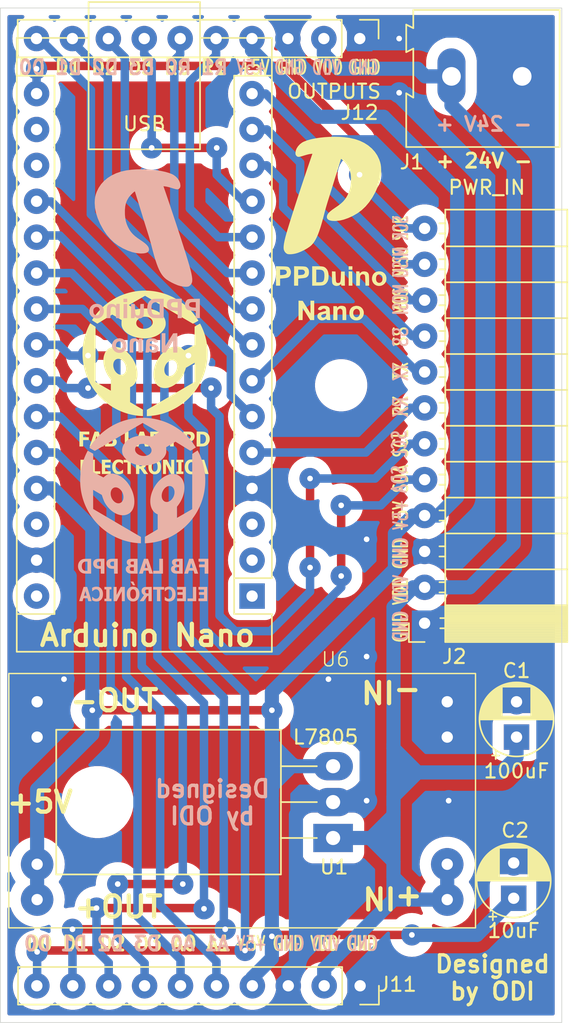
<source format=kicad_pcb>
(kicad_pcb (version 20241229) (generator "pcbnew") (generator_version "9.0")
  (layers (0 "F.Cu" signal) (2 "B.Cu" signal) (13 "F.Paste" user) (15 "B.Paste" user) (5 "F.SilkS" user "F.Silkscreen") (7 "B.SilkS" user "B.Silkscreen") (1 "F.Mask" user) (3 "B.Mask" user) (25 "Edge.Cuts" user))
  (net 0 "")
  (net 1 "/DI3m")
  (net 2 "/SCK")
  (net 3 "/DI1m")
  (net 4 "/RLY0")
  (net 5 "/RLY1")
  (net 6 "/SDA")
  (net 7 "GND")
  (net 8 "/SS")
  (net 9 "/DI0m")
  (net 10 "/MOSI")
  (net 12 "+5V")
  (net 14 "/AI0m")
  (net 15 "/MISO")
  (net 18 "/RXm")
  (net 20 "+3.3V")
  (net 21 "/SCL")
  (net 22 "/AI1m")
  (net 24 "/DI2m")
  (net 25 "/TXm")
  (net 26 "VDD")
  (net 27 "/PWM1m")
  (net 28 "/PWM3m")
  (net 29 "/PWM2m")
  (net 30 "/PWM0m")
  (footprint "Module:Arduino_Nano" (layer "F.Cu") (at 108.1 90.12 180)
    (property "Reference" "A1" (hide yes))
    (property "Value" "Arduino Nano" (at 7.4 -2.78 0) (layer "F.SilkS") (effects (font (size 1.5 1.5) (thickness 0.3) (bold yes))))
    (fp_text user "USB" (at 7.62 33.42 0) (layer "F.SilkS"))
    (pad "1" thru_hole rect (at 0 0 180) (size 1.8 1.8) (drill 0.8) (layers "*.Cu" "*.Mask"))
    (pad "2" thru_hole oval (at 0 2.54 180) (size 1.8 1.8) (drill 0.8) (layers "*.Cu" "*.Mask"))
    (pad "3" thru_hole oval (at 0 5.08 180) (size 1.8 1.8) (drill 0.8) (layers "*.Cu" "*.Mask"))
    (pad "4" thru_hole oval (at 0 7.62 180) (size 1.8 1.8) (drill 0.8) (layers "*.Cu" "*.Mask") (net 7 "GND"))
    (pad "5" thru_hole oval (at 0 10.16 180) (size 1.8 1.8) (drill 0.8) (layers "*.Cu" "*.Mask") (net 18 "/RXm"))
    (pad "6" thru_hole oval (at 0 12.7 180) (size 1.8 1.8) (drill 0.8) (layers "*.Cu" "*.Mask") (net 30 "/PWM0m"))
    (pad "7" thru_hole oval (at 0 15.24 180) (size 1.8 1.8) (drill 0.8) (layers "*.Cu" "*.Mask") (net 25 "/TXm"))
    (pad "8" thru_hole oval (at 0 17.78 180) (size 1.8 1.8) (drill 0.8) (layers "*.Cu" "*.Mask") (net 27 "/PWM1m"))
    (pad "9" thru_hole oval (at 0 20.32 180) (size 1.8 1.8) (drill 0.8) (layers "*.Cu" "*.Mask") (net 29 "/PWM2m"))
    (pad "10" thru_hole oval (at 0 22.86 180) (size 1.8 1.8) (drill 0.8) (layers "*.Cu" "*.Mask") (net 4 "/RLY0"))
    (pad "11" thru_hole oval (at 0 25.4 180) (size 1.8 1.8) (drill 0.8) (layers "*.Cu" "*.Mask") (net 5 "/RLY1"))
    (pad "12" thru_hole oval (at 0 27.94 180) (size 1.8 1.8) (drill 0.8) (layers "*.Cu" "*.Mask") (net 28 "/PWM3m"))
    (pad "13" thru_hole oval (at 0 30.48 180) (size 1.8 1.8) (drill 0.8) (layers "*.Cu" "*.Mask") (net 8 "/SS"))
    (pad "14" thru_hole oval (at 0 33.02 180) (size 1.8 1.8) (drill 0.8) (layers "*.Cu" "*.Mask") (net 10 "/MOSI"))
    (pad "15" thru_hole oval (at 0 35.56 180) (size 1.8 1.8) (drill 0.8) (layers "*.Cu" "*.Mask") (net 15 "/MISO"))
    (pad "16" thru_hole oval (at 15.24 35.56 180) (size 1.8 1.8) (drill 0.8) (layers "*.Cu" "*.Mask") (net 2 "/SCK"))
    (pad "17" thru_hole oval (at 15.24 33.02 180) (size 1.8 1.8) (drill 0.8) (layers "*.Cu" "*.Mask") (net 20 "+3.3V"))
    (pad "18" thru_hole oval (at 15.24 30.48 180) (size 1.8 1.8) (drill 0.8) (layers "*.Cu" "*.Mask"))
    (pad "19" thru_hole oval (at 15.24 27.94 180) (size 1.8 1.8) (drill 0.8) (layers "*.Cu" "*.Mask") (net 9 "/DI0m"))
    (pad "20" thru_hole oval (at 15.24 25.4 180) (size 1.8 1.8) (drill 0.8) (layers "*.Cu" "*.Mask") (net 3 "/DI1m"))
    (pad "21" thru_hole oval (at 15.24 22.86 180) (size 1.8 1.8) (drill 0.8) (layers "*.Cu" "*.Mask") (net 24 "/DI2m"))
    (pad "22" thru_hole oval (at 15.24 20.32 180) (size 1.8 1.8) (drill 0.8) (layers "*.Cu" "*.Mask") (net 1 "/DI3m"))
    (pad "23" thru_hole oval (at 15.24 17.78 180) (size 1.8 1.8) (drill 0.8) (layers "*.Cu" "*.Mask") (net 6 "/SDA"))
    (pad "24" thru_hole oval (at 15.24 15.24 180) (size 1.8 1.8) (drill 0.8) (layers "*.Cu" "*.Mask") (net 21 "/SCL"))
    (pad "25" thru_hole oval (at 15.24 12.7 180) (size 1.8 1.8) (drill 0.8) (layers "*.Cu" "*.Mask") (net 22 "/AI1m"))
    (pad "26" thru_hole oval (at 15.24 10.16 180) (size 1.8 1.8) (drill 0.8) (layers "*.Cu" "*.Mask") (net 14 "/AI0m"))
    (pad "27" thru_hole oval (at 15.24 7.62 180) (size 1.8 1.8) (drill 0.8) (layers "*.Cu" "*.Mask") (net 12 "+5V"))
    (pad "28" thru_hole oval (at 15.24 5.08 180) (size 1.8 1.8) (drill 0.8) (layers "*.Cu" "*.Mask"))
    (pad "29" thru_hole oval (at 15.24 2.54 180) (size 1.8 1.8) (drill 0.8) (layers "*.Cu" "*.Mask") (net 7 "GND"))
    (pad "30" thru_hole oval (at 15.24 0 180) (size 1.8 1.8) (drill 0.8) (layers "*.Cu" "*.Mask"))
  )
  (footprint "Capacitor_THT:CP_Radial_D5.0mm_P2.50mm" (layer "F.Cu") (at 126.8 100.1 90)
    (property "Reference" "C1" (at 4.7 0 0) (layer "F.SilkS"))
    (property "Value" "100uF" (at -2.4 0 0) (layer "F.SilkS"))
    (pad "1" thru_hole rect (at 0 0 90) (size 1.8 1.8) (drill 0.8) (layers "*.Cu" "*.Mask") (net 26 "VDD"))
    (pad "2" thru_hole circle (at 2.5 0 90) (size 1.8 1.8) (drill 0.8) (layers "*.Cu" "*.Mask") (net 7 "GND"))
  )
  (footprint "Borneras:TerminalBlock_Altech_AK300-2_P5.00mm" (layer "F.Cu") (at 127.2 53.34 180)
    (property "Reference" "J1" (at 7.8 -6.06 0) (layer "F.SilkS"))
    (property "Value" "PWR_IN" (at 2.5 -7.86 0) (layer "F.SilkS"))
    (pad "1" thru_hole rect (at 0 0 180) (size 1.98 3.96) (drill 1.32) (layers "*.Cu" "*.Mask") (net 7 "GND"))
    (pad "2" thru_hole oval (at 5 0 180) (size 1.98 3.96) (drill 1.32) (layers "*.Cu" "*.Mask") (net 26 "VDD"))
  )
  (footprint "Connector_PinSocket_2.54mm:PinSocket_1x12_P2.54mm_Horizontal" (layer "F.Cu") (at 120.3 92.04 180)
    (property "Reference" "J2" (at -2.1 -2.36 0) (layer "F.SilkS"))
    (property "Value" "Conn_01x12")
    (pad "1" thru_hole rect (at 0 0 180) (size 1.8 1.8) (drill 0.8) (layers "*.Cu" "*.Mask") (net 7 "GND"))
    (pad "2" thru_hole oval (at 0 2.54 180) (size 1.8 1.8) (drill 0.8) (layers "*.Cu" "*.Mask") (net 26 "VDD"))
    (pad "3" thru_hole oval (at 0 5.08 180) (size 1.8 1.8) (drill 0.8) (layers "*.Cu" "*.Mask") (net 7 "GND"))
    (pad "4" thru_hole oval (at 0 7.62 180) (size 1.8 1.8) (drill 0.8) (layers "*.Cu" "*.Mask") (net 12 "+5V"))
    (pad "5" thru_hole oval (at 0 10.16 180) (size 1.8 1.8) (drill 0.8) (layers "*.Cu" "*.Mask") (net 6 "/SDA"))
    (pad "6" thru_hole oval (at 0 12.7 180) (size 1.8 1.8) (drill 0.8) (layers "*.Cu" "*.Mask") (net 21 "/SCL"))
    (pad "7" thru_hole oval (at 0 15.24 180) (size 1.8 1.8) (drill 0.8) (layers "*.Cu" "*.Mask") (net 18 "/RXm"))
    (pad "8" thru_hole oval (at 0 17.78 180) (size 1.8 1.8) (drill 0.8) (layers "*.Cu" "*.Mask") (net 25 "/TXm"))
    (pad "9" thru_hole oval (at 0 20.32 180) (size 1.8 1.8) (drill 0.8) (layers "*.Cu" "*.Mask") (net 8 "/SS"))
    (pad "10" thru_hole oval (at 0 22.86 180) (size 1.8 1.8) (drill 0.8) (layers "*.Cu" "*.Mask") (net 10 "/MOSI"))
    (pad "11" thru_hole oval (at 0 25.4 180) (size 1.8 1.8) (drill 0.8) (layers "*.Cu" "*.Mask") (net 15 "/MISO"))
    (pad "12" thru_hole oval (at 0 27.94 180) (size 1.8 1.8) (drill 0.8) (layers "*.Cu" "*.Mask") (net 2 "/SCK"))
  )
  (footprint "Logo PPDuino Nano:Logo PPDuino Nano" (layer "F.Cu") (at 113.7 64.1)
    (property "Reference" "G***" (hide yes))
    (property "Value" "LOGO" (hide yes))
  )
  (footprint "Logo Fab Lab PPD Electronica:Logo Fab Lab PPD Electronica" (layer "F.Cu") (at 100.5 75)
    (property "Reference" "G***" (hide yes))
    (property "Value" "LOGO" (hide yes))
  )
  (footprint "Connector_PinHeader_2.54mm:PinHeader_1x10_P2.54mm_Vertical" (layer "F.Cu") (at 115.715 50.665 -90)
    (property "Reference" "J12" (at 5.235 0.015 0) (layer "F.SilkS"))
    (property "Value" "OUTPUTS" (at 3.735 1.815 180) (layer "F.SilkS"))
    (pad "1" thru_hole rect (at 0 0 270) (size 1.8 1.8) (drill 0.8) (layers "*.Cu" "*.Mask") (net 7 "GND"))
    (pad "2" thru_hole oval (at 0 2.54 270) (size 1.8 1.8) (drill 0.8) (layers "*.Cu" "*.Mask") (net 26 "VDD"))
    (pad "3" thru_hole oval (at 0 5.08 270) (size 1.8 1.8) (drill 0.8) (layers "*.Cu" "*.Mask") (net 7 "GND"))
    (pad "4" thru_hole oval (at 0 7.62 270) (size 1.8 1.8) (drill 0.8) (layers "*.Cu" "*.Mask") (net 12 "+5V"))
    (pad "5" thru_hole oval (at 0 10.16 270) (size 1.8 1.8) (drill 0.8) (layers "*.Cu" "*.Mask") (net 5 "/RLY1"))
    (pad "6" thru_hole oval (at 0 12.7 270) (size 1.8 1.8) (drill 0.8) (layers "*.Cu" "*.Mask") (net 4 "/RLY0"))
    (pad "7" thru_hole oval (at 0 15.24 270) (size 1.8 1.8) (drill 0.8) (layers "*.Cu" "*.Mask") (net 28 "/PWM3m"))
    (pad "8" thru_hole oval (at 0 17.78 270) (size 1.8 1.8) (drill 0.8) (layers "*.Cu" "*.Mask") (net 29 "/PWM2m"))
    (pad "9" thru_hole oval (at 0 20.32 270) (size 1.8 1.8) (drill 0.8) (layers "*.Cu" "*.Mask") (net 27 "/PWM1m"))
    (pad "10" thru_hole oval (at 0 22.86 270) (size 1.8 1.8) (drill 0.8) (layers "*.Cu" "*.Mask") (net 30 "/PWM0m"))
  )
  (footprint "Capacitor_THT:CP_Radial_D5.0mm_P2.50mm" (layer "F.Cu") (at 126.6 111.505113 90)
    (property "Reference" "C2" (at 4.805113 0.1 180) (layer "F.SilkS"))
    (property "Value" "10uF" (at -2.294887 0 180) (layer "F.SilkS"))
    (pad "1" thru_hole rect (at 0 0 90) (size 1.8 1.8) (drill 0.8) (layers "*.Cu" "*.Mask") (net 12 "+5V"))
    (pad "2" thru_hole circle (at 2.5 0 90) (size 1.8 1.8) (drill 0.8) (layers "*.Cu" "*.Mask") (net 7 "GND"))
  )
  (footprint "Package_TO_SOT_THT:TO-220-3_Horizontal_TabDown" (layer "F.Cu") (at 113.83 107.24 90)
    (property "Reference" "U1" (at -2.06 0.07 180) (layer "F.SilkS"))
    (property "Value" "L7805" (at 7.14 -0.53 180) (layer "F.SilkS"))
    (pad "" np_thru_hole oval (at 2.54 -16.66 90) (size 3.5 3.5) (drill 3.5) (layers "*.Cu" "*.Mask"))
    (pad "1" thru_hole rect (at 0 0 90) (size 2 2.8) (drill 1) (layers "*.Cu" "*.Mask") (net 26 "VDD"))
    (pad "2" thru_hole oval (at 2.54 0 90) (size 2 2.8) (drill 1) (layers "*.Cu" "*.Mask") (net 7 "GND"))
    (pad "3" thru_hole oval (at 5.08 0 90) (size 2 2.8) (drill 1) (layers "*.Cu" "*.Mask") (net 12 "+5V"))
  )
  (footprint "Codigo_lib:Mini 560 Pro" (layer "F.Cu") (at 107.4 104.6 180)
    (property "Reference" "U6" (at -6.6 10 0) (layer "F.SilkS") (effects (font (thickness 0.1))))
    (property "Value" "+5V" (at 14.3 -0.1 0) (layer "F.SilkS") (effects (font (size 1.5 1.5) (thickness 0.3) (bold yes))))
    (fp_text user "-OUT" (at 12.3 6.2 0) (layer "F.SilkS") (effects (font (size 1.5 1.5) (thickness 0.3) (bold yes)) (justify left bottom)))
    (fp_text user "+OUT" (at 12 -8.4 0) (layer "F.SilkS") (effects (font (size 1.5 1.5) (thickness 0.3) (bold yes)) (justify left bottom)))
    (fp_text user "-IN" (at -12.8 8.6 180) (layer "F.SilkS") (effects (font (size 1.5 1.5) (thickness 0.3) (bold yes)) (justify left bottom)))
    (fp_text user "+IN" (at -12.9 -6 180) (layer "F.SilkS") (effects (font (size 1.5 1.5) (thickness 0.3) (bold yes)) (justify left bottom)))
    (pad "1" thru_hole circle (at -14.5 -7 180) (size 2.3 2.3) (drill 0.8) (layers "*.Cu" "*.Mask") (net 26 "VDD"))
    (pad "1" thru_hole circle (at -14.5 -4.5 180) (size 2.3 2.3) (drill 0.8) (layers "*.Cu" "*.Mask") (net 26 "VDD"))
    (pad "2" thru_hole circle (at -14.5 4.5 180) (size 2.3 2.3) (drill 0.8) (layers "*.Cu" "*.Mask") (net 7 "GND"))
    (pad "2" thru_hole circle (at -14.5 7 180) (size 2.3 2.3) (drill 0.8) (layers "*.Cu" "*.Mask") (net 7 "GND"))
    (pad "3" thru_hole circle (at 14.5 -7 180) (size 2.3 2.3) (drill 0.8) (layers "*.Cu" "*.Mask") (net 12 "+5V"))
    (pad "3" thru_hole circle (at 14.5 -4.5 180) (size 2.3 2.3) (drill 0.8) (layers "*.Cu" "*.Mask") (net 12 "+5V"))
    (pad "4" thru_hole circle (at 14.5 4.5 180) (size 2.3 2.3) (drill 0.8) (layers "*.Cu" "*.Mask") (net 7 "GND"))
    (pad "4" thru_hole circle (at 14.5 7 180) (size 2.4 2.4) (drill 0.8) (layers "*.Cu" "*.Mask") (net 7 "GND"))
  )
  (footprint "MountingHole:MountingHole_3.2mm_M3" (layer "F.Cu") (at 114.4 75.2)
    (property "Reference" "REF**" (hide yes))
    (property "Value" "MountingHole_3.2mm_M3" (hide yes))
    (pad "" np_thru_hole circle (at 0 0) (size 3.2 3.2) (drill 3.2) (layers "*.Cu" "*.Mask"))
  )
  (footprint "Connector_PinSocket_2.54mm:PinSocket_1x10_P2.54mm_Vertical" (layer "F.Cu") (at 115.74 117.7 -90)
    (property "Reference" "J11" (at -0.1 -2.66 0) (layer "F.SilkS"))
    (property "Value" "INPUTS")
    (pad "1" thru_hole rect (at 0 0 270) (size 1.8 1.8) (drill 0.8) (layers "*.Cu" "*.Mask") (net 7 "GND"))
    (pad "2" thru_hole oval (at 0 2.54 270) (size 1.8 1.8) (drill 0.8) (layers "*.Cu" "*.Mask") (net 26 "VDD"))
    (pad "3" thru_hole oval (at 0 5.08 270) (size 1.8 1.8) (drill 0.8) (layers "*.Cu" "*.Mask") (net 7 "GND"))
    (pad "4" thru_hole oval (at 0 7.62 270) (size 1.8 1.8) (drill 0.8) (layers "*.Cu" "*.Mask") (net 12 "+5V"))
    (pad "5" thru_hole oval (at 0 10.16 270) (size 1.8 1.8) (drill 0.8) (layers "*.Cu" "*.Mask") (net 22 "/AI1m"))
    (pad "6" thru_hole oval (at 0 12.7 270) (size 1.8 1.8) (drill 0.8) (layers "*.Cu" "*.Mask") (net 14 "/AI0m"))
    (pad "7" thru_hole oval (at 0 15.24 270) (size 1.8 1.8) (drill 0.8) (layers "*.Cu" "*.Mask") (net 1 "/DI3m"))
    (pad "8" thru_hole oval (at 0 17.78 270) (size 1.8 1.8) (drill 0.8) (layers "*.Cu" "*.Mask") (net 24 "/DI2m"))
    (pad "9" thru_hole oval (at 0 20.32 270) (size 1.8 1.8) (drill 0.8) (layers "*.Cu" "*.Mask") (net 3 "/DI1m"))
    (pad "10" thru_hole oval (at 0 22.86 270) (size 1.8 1.8) (drill 0.8) (layers "*.Cu" "*.Mask") (net 9 "/DI0m"))
  )
  (footprint "Logo Fab Lab PPD Electronica:Logo Fab Lab PPD Electronica" (layer "B.Cu") (at 100.4 84 180)
    (property "Reference" "G***" (hide yes))
    (property "Value" "LOGO" (hide yes))
  )
  (footprint "Logo PPDuino Nano:Logo PPDuino Nano" (layer "B.Cu") (at 100.5 66.4 180)
    (property "Reference" "G***" (hide yes))
    (property "Value" "LOGO" (hide yes))
  )
  (gr_rect (start 90.3 48.5) (end 130 120.3) (stroke (width 0.05)) (fill no) (layer "Edge.Cuts"))
  (gr_text "+5V GND VDD GND" (at 107.1 53.29 0) (layer "F.SilkS") (effects (font (size 1 0.7) (thickness 0.14) (bold yes)) (justify left bottom)))
  (gr_text "+5V GND VDD GND" (at 106.8 115.3 0) (layer "F.SilkS") (effects (font (size 1 0.7) (thickness 0.14) (bold yes)) (justify left bottom)))
  (gr_text "Designed\nby ODI" (at 125.1 118.8 0) (layer "F.SilkS") (effects (font (size 1.2 1.2) (thickness 0.24) (bold yes)) (justify bottom)))
  (gr_text "GND VDD GND +5V" (at 119.19 93.5 90) (layer "F.SilkS") (effects (font (size 1 0.7) (thickness 0.14) (bold yes)) (justify left bottom)))
  (gr_text "D0 D1 D2 D3 R0 R1" (at 91.46 53.29 0) (layer "F.SilkS") (effects (font (size 1 0.95) (thickness 0.2) (bold yes)) (justify left bottom)))
  (gr_text "RX  TX  SS" (at 119.2 77.5 90) (layer "F.SilkS") (effects (font (size 1 0.74) (thickness 0.14) (bold yes)) (justify left bottom)))
  (gr_text "D0 D1 D2 D3 A0 A1" (at 92 115.3 0) (layer "F.SilkS") (effects (font (size 1 0.95) (thickness 0.2) (bold yes)) (justify left bottom)))
  (gr_text "+ 24V -" (at 121 59.9 0) (layer "F.SilkS") (effects (font (size 1 1) (thickness 0.2) (bold yes)) (justify left bottom)))
  (gr_text "SDA SCL" (at 119.2 82.9 90) (layer "F.SilkS") (effects (font (size 1 0.7) (thickness 0.14) (bold yes)) (justify left bottom)))
  (gr_text "MOSI MISO SCK" (at 119.2 70.3 90) (layer "F.SilkS") (effects (font (size 1 0.6) (thickness 0.14) (bold yes)) (justify left bottom)))
  (gr_text "SCL SDA" (at 119.1 78.3 90) (layer "B.SilkS") (effects (font (size 1 0.7) (thickness 0.14) (bold yes)) (justify left bottom mirror)))
  (gr_text "A1 A0 D3 D2 D1 D0" (at 106.6 115.3 0) (layer "B.SilkS") (effects (font (size 1 0.95) (thickness 0.2) (bold yes)) (justify left bottom mirror)))
  (gr_text "GND VDD GND +5V" (at 117.1 115.3 0) (layer "B.SilkS") (effects (font (size 1 0.7) (thickness 0.14) (bold yes)) (justify left bottom mirror)))
  (gr_text "- 24V +" (at 128 57.3 0) (layer "B.SilkS") (effects (font (size 1 1) (thickness 0.2) (bold yes)) (justify left bottom mirror)))
  (gr_text "GND VDD GND +5V" (at 117.1 53.3 0) (layer "B.SilkS") (effects (font (size 1 0.7) (thickness 0.14) (bold yes)) (justify left bottom mirror)))
  (gr_text "SCK MISO MOSI" (at 119.2 63.1 90) (layer "B.SilkS") (effects (font (size 1 0.6) (thickness 0.14) (bold yes)) (justify left bottom mirror)))
  (gr_text "SS  TX  RX" (at 119.2 71 90) (layer "B.SilkS") (effects (font (size 1 0.74) (thickness 0.14) (bold yes)) (justify left bottom mirror)))
  (gr_text "+5V GND VDD GND" (at 119.2 83.2 90) (layer "B.SilkS") (effects (font (size 1 0.7) (thickness 0.14) (bold yes)) (justify left bottom mirror)))
  (gr_text "Designed\nby ODI" (at 105.3 106.4 0) (layer "B.SilkS") (effects (font (size 1.2 1.2) (thickness 0.24) (bold yes)) (justify bottom mirror)))
  (gr_text "R1 R0 D3 D2 D1 D0" (at 106.5 53.29 0) (layer "B.SilkS") (effects (font (size 1 0.95) (thickness 0.2) (bold yes)) (justify left bottom mirror)))
  (segment (start 98.6 110.5) (end 103.2 110.5) (width 0.6) (layer "F.Cu") (net 1))
  (via (at 98.6 110.5) (size 1.5) (drill 0.4) (layers "F.Cu" "B.Cu") (net 1))
  (via (at 103.2 110.5) (size 1.5) (drill 0.4) (layers "F.Cu" "B.Cu") (net 1))
  (segment (start 103.2 110.5) (end 103.2 98) (width 0.6) (layer "B.Cu") (net 1))
  (segment (start 98.5 72.2) (end 96.1 69.8) (width 0.6) (layer "B.Cu") (net 1))
  (segment (start 100.5 116.1) (end 100.5 117.7) (width 0.6) (layer "B.Cu") (net 1))
  (segment (start 96.1 69.8) (end 92.86 69.8) (width 0.6) (layer "B.Cu") (net 1))
  (segment (start 98.5 79.3) (end 98.5 72.2) (width 0.6) (layer "B.Cu") (net 1))
  (segment (start 100.3 81.1) (end 98.5 79.3) (width 0.6) (layer "B.Cu") (net 1))
  (segment (start 100.3 95.1) (end 100.3 81.1) (width 0.6) (layer "B.Cu") (net 1))
  (segment (start 98.6 110.5) (end 98.6 114.2) (width 0.6) (layer "B.Cu") (net 1))
  (segment (start 103.2 98) (end 100.3 95.1) (width 0.6) (layer "B.Cu") (net 1))
  (segment (start 98.6 114.2) (end 100.5 116.1) (width 0.6) (layer "B.Cu") (net 1))
  (segment (start 110.4 52.6) (end 115.7 57.9) (width 0.6) (layer "F.Cu") (net 2))
  (segment (start 92.86 52.8) (end 93.06 52.6) (width 0.6) (layer "F.Cu") (net 2))
  (segment (start 93.06 52.6) (end 110.4 52.6) (width 0.6) (layer "F.Cu") (net 2))
  (segment (start 115.7 57.9) (end 115.7 60.3) (width 0.6) (layer "F.Cu") (net 2))
  (via (at 92.86 52.8) (size 1.5) (drill 0.4) (layers "F.Cu" "B.Cu") (net 2))
  (via (at 115.7 60.3) (size 1.5) (drill 0.4) (layers "F.Cu" "B.Cu") (net 2))
  (segment (start 119 64.1) (end 120.3 64.1) (width 0.6) (layer "B.Cu") (net 2))
  (segment (start 115.7 60.3) (end 115.7 60.8) (width 0.6) (layer "B.Cu") (net 2))
  (segment (start 115.7 60.8) (end 119 64.1) (width 0.6) (layer "B.Cu") (net 2))
  (segment (start 92.86 52.8) (end 92.86 54.56) (width 0.6) (layer "B.Cu") (net 2))
  (segment (start 95.4 113.7) (end 106.2 113.7) (width 0.6) (layer "F.Cu") (net 3))
  (via (at 106.2 113.7) (size 1.5) (drill 0.4) (layers "F.Cu" "B.Cu") (net 3))
  (via (at 95.4 113.7) (size 1.5) (drill 0.4) (layers "F.Cu" "B.Cu") (net 3))
  (segment (start 100.7 70.8) (end 94.5 64.6) (width 0.6) (layer "B.Cu") (net 3))
  (segment (start 102.5 93.7) (end 102.5 79.8) (width 0.6) (layer "B.Cu") (net 3))
  (segment (start 100.7 78) (end 100.7 70.8) (width 0.6) (layer "B.Cu") (net 3))
  (segment (start 94.5 64.6) (end 92.98 64.6) (width 0.6) (layer "B.Cu") (net 3))
  (segment (start 95.4 113.7) (end 95.4 117.68) (width 0.6) (layer "B.Cu") (net 3))
  (segment (start 92.98 64.6) (end 92.86 64.72) (width 1) (layer "B.Cu") (net 3))
  (segment (start 106.1 97.3) (end 102.5 93.7) (width 0.6) (layer "B.Cu") (net 3))
  (segment (start 95.4 117.68) (end 95.42 117.7) (width 0.6) (layer "B.Cu") (net 3))
  (segment (start 106.2 113.7) (end 106.1 113.6) (width 0.6) (layer "B.Cu") (net 3))
  (segment (start 102.5 79.8) (end 100.7 78) (width 0.6) (layer "B.Cu") (net 3))
  (segment (start 106.1 113.6) (end 106.1 97.3) (width 0.6) (layer "B.Cu") (net 3))
  (segment (start 103.015 50.665) (end 103.015 51.785) (width 0.6) (layer "B.Cu") (net 4))
  (segment (start 103.015 51.785) (end 102.6 52.2) (width 0.6) (layer "B.Cu") (net 4))
  (segment (start 102.6 52.2) (end 102.6 63.5) (width 0.6) (layer "B.Cu") (net 4))
  (segment (start 106.36 67.26) (end 108.1 67.26) (width 0.6) (layer "B.Cu") (net 4))
  (segment (start 102.6 63.5) (end 106.36 67.26) (width 0.6) (layer "B.Cu") (net 4))
  (segment (start 105.72 64.72) (end 108.1 64.72) (width 0.6) (layer "B.Cu") (net 5))
  (segment (start 105.555 51.845) (end 103.7 53.7) (width 0.6) (layer "B.Cu") (net 5))
  (segment (start 105.555 50.665) (end 105.555 51.845) (width 0.6) (layer "B.Cu") (net 5))
  (segment (start 103.7 62.7) (end 105.72 64.72) (width 0.6) (layer "B.Cu") (net 5))
  (segment (start 103.7 53.7) (end 103.7 62.7) (width 0.6) (layer "B.Cu") (net 5))
  (segment (start 103.6 73.1) (end 96.5 73.1) (width 0.6) (layer "F.Cu") (net 6))
  (segment (start 114.4 88.7) (end 114.4 83.7) (width 0.6) (layer "F.Cu") (net 6))
  (via (at 114.4 83.7) (size 1.5) (drill 0.4) (layers "F.Cu" "B.Cu") (net 6))
  (via (at 114.4 88.7) (size 1.5) (drill 0.4) (layers "F.Cu" "B.Cu") (net 6))
  (via (at 103.6 73.1) (size 1.5) (drill 0.4) (layers "F.Cu" "B.Cu") (net 6))
  (via (at 96.5 73.1) (size 1.5) (drill 0.4) (layers "F.Cu" "B.Cu") (net 6))
  (segment (start 96.5 73.1) (end 95.2 73.1) (width 0.6) (layer "B.Cu") (net 6))
  (segment (start 106.3 94) (end 104.7 92.4) (width 0.6) (layer "B.Cu") (net 6))
  (segment (start 104.7 92.4) (end 104.7 78.5) (width 0.6) (layer "B.Cu") (net 6))
  (segment (start 95.2 73.1) (end 94.44 72.34) (width 0.6) (layer "B.Cu") (net 6))
  (segment (start 109.9 94) (end 106.3 94) (width 0.6) (layer "B.Cu") (net 6))
  (segment (start 114.4 83.7) (end 117.2 83.7) (width 0.6) (layer "B.Cu") (net 6))
  (segment (start 114.4 88.7) (end 114.4 89.5) (width 0.6) (layer "B.Cu") (net 6))
  (segment (start 114.4 89.5) (end 109.9 94) (width 0.6) (layer "B.Cu") (net 6))
  (segment (start 103.6 77.4) (end 103.6 73.1) (width 0.6) (layer "B.Cu") (net 6))
  (segment (start 117.2 83.7) (end 119.02 81.88) (width 0.6) (layer "B.Cu") (net 6))
  (segment (start 119.02 81.88) (end 120.3 81.88) (width 0.6) (layer "B.Cu") (net 6))
  (segment (start 104.7 78.5) (end 103.6 77.4) (width 0.6) (layer "B.Cu") (net 6))
  (segment (start 94.44 72.34) (end 92.86 72.34) (width 0.6) (layer "B.Cu") (net 6))
  (segment (start 116.2 86.1) (end 116.2 94.4) (width 0.6) (layer "F.Cu") (net 7))
  (segment (start 116.2 104.6) (end 122 104.6) (width 0.6) (layer "F.Cu") (net 7))
  (segment (start 118.5 54.5) (end 118.5 50.7) (width 1) (layer "F.Cu") (net 7))
  (segment (start 94.8 96) (end 113.5 96) (width 0.6) (layer "F.Cu") (net 7))
  (via (at 118.5 54.5) (size 1.5) (drill 0.4) (layers "F.Cu" "B.Cu") (net 7))
  (via (at 113.5 96) (size 1.5) (drill 0.4) (layers "F.Cu" "B.Cu") (net 7))
  (via (at 94.8 96) (size 1.5) (drill 0.4) (layers "F.Cu" "B.Cu") (net 7))
  (via (at 116.2 86.1) (size 1.5) (drill 0.4) (layers "F.Cu" "B.Cu") (net 7))
  (via (at 116.2 104.6) (size 1.5) (drill 0.4) (layers "F.Cu" "B.Cu") (net 7))
  (via (at 116.2 94.4) (size 1.5) (drill 0.4) (layers "F.Cu" "B.Cu") (net 7))
  (via (at 122 104.6) (size 1.5) (drill 0.4) (layers "F.Cu" "B.Cu") (net 7))
  (via (at 118.5 50.665) (size 1.5) (drill 0.4) (layers "F.Cu" "B.Cu") (net 7))
  (segment (start 116.2 97.9) (end 116.2 97.3) (width 1) (layer "B.Cu") (net 7))
  (segment (start 94.5 96) (end 92.9 97.6) (width 0.6) (layer "B.Cu") (net 7))
  (segment (start 128.694887 109.005113) (end 128.7 109) (width 1) (layer "B.Cu") (net 7))
  (segment (start 92.9 96) (end 93.6 96) (width 1) (layer "B.Cu") (net 7))
  (segment (start 127.2 51.3) (end 127.2 53.34) (width 1) (layer "B.Cu") (net 7))
  (segment (start 126 50.1) (end 127.2 51.3) (width 1) (layer "B.Cu") (net 7))
  (segment (start 122 104.6) (end 128.7 104.6) (width 1) (layer "B.Cu") (net 7))
  (segment (start 122.36 92.04) (end 122.5 92.04) (width 1) (layer "B.Cu") (net 7))
  (segment (start 116.2 94.65) (end 116.2 94.4) (width 1) (layer "B.Cu") (net 7))
  (segment (start 128.7 104.6) (end 128.7 109) (width 1) (layer "B.Cu") (net 7))
  (segment (start 116.2 104.7) (end 113.83 104.7) (width 1) (layer "B.Cu") (net 7))
  (segment (start 119.035 50.665) (end 119.6 50.1) (width 1) (layer "B.Cu") (net 7))
  (segment (start 111.2 105.6) (end 111.2 116.1) (width 1) (layer "B.Cu") (net 7))
  (segment (start 92.9 93.9) (end 92.9 94.4) (width 1) (layer "B.Cu") (net 7))
  (segment (start 94.08 87.58) (end 92.86 87.58) (width 1) (layer "B.Cu") (net 7))
  (segment (start 112.7 86.1) (end 116.2 86.1) (width 1) (layer "B.Cu") (net 7))
  (segment (start 108.1 82.5) (end 109.1 82.5) (width 1) (layer "B.Cu") (net 7))
  (segment (start 116.2 96) (end 116.2 97.9) (width 1) (layer "B.Cu") (net 7))
  (segment (start 124.5 84.9) (end 124.5 60.5) (width 1) (layer "B.Cu") (net 7))
  (segment (start 119.6 50.1) (end 126 50.1) (width 1) (layer "B.Cu") (net 7))
  (segment (start 118.5 54.5) (end 113.5 54.5) (width 1) (layer "B.Cu") (net 7))
  (segment (start 113.83 104.7) (end 112.1 104.7) (width 1) (layer "B.Cu") (net 7))
  (segment (start 128.7 97.6) (end 128.7 104.6) (width 1) (layer "B.Cu") (net 7))
  (segment (start 114.9 96) (end 114.9 95.95) (width 1) (layer "B.Cu") (net 7))
  (segment (start 92.9 97.6) (end 93.6 96.9) (width 0.6) (layer "B.Cu") (net 7))
  (segment (start 92.9 96) (end 92.9 97.6) (width 1) (layer "B.Cu") (net 7))
  (segment (start 128.7 109) (end 128.7 112.9) (width 1) (layer "B.Cu") (net 7))
  (segment (start 127.2 53.34) (end 127.2 56.2) (width 1) (layer "B.Cu") (net 7))
  (segment (start 93.6 96) (end 94.8 96) (width 1) (layer "B.Cu") (net 7))
  (segment (start 128.66 92.04) (end 128.7 92) (width 1) (layer "B.Cu") (net 7))
  (segment (start 128.7 57.7) (end 128.7 92.4) (width 1) (layer "B.Cu") (net 7))
  (segment (start 122.5 92.04) (end 120.3 92.04) (width 1) (layer "B.Cu") (net 7))
  (segment (start 95.2 88.7) (end 94.08 87.58) (width 1) (layer "B.Cu") (net 7))
  (segment (start 126.8 97.6) (end 128.7 97.6) (width 1) (layer "B.Cu") (net 7))
  (segment (start 116.2 97.3) (end 114.9 96) (width 1) (layer "B.Cu") (net 7))
  (segment (start 92.9 94.4) (end 94.5 96) (width 1) (layer "B.Cu") (net 7))
  (segment (start 122.44 86.96) (end 124.5 84.9) (width 1) (layer "B.Cu") (net 7))
  (segment (start 94.8 96) (end 94.5 96) (width 0.6) (layer "B.Cu") (net 7))
  (segment (start 121.9 97.6) (end 121.9 100.1) (width 1) (layer "B.Cu") (net 7))
  (segment (start 122.5 92.04) (end 128.66 92.04) (width 1) (layer "B.Cu") (net 7))
  (segment (start 92.9 96) (end 92.9 93.9) (width 1) (layer "B.Cu") (net 7))
  (segment (start 116.2 94.4) (end 116.2 96) (width 1) (layer "B.Cu") (net 7))
  (segment (start 121.9 97.6) (end 126.8 97.6) (width 1) (layer "B.Cu") (net 7))
  (segment (start 123.9 117.7) (end 115.74 117.7) (width 1) (layer "B.Cu") (net 7))
  (segment (start 111.2 116.1) (end 110.66 116.64) (width 1) (layer "B.Cu") (net 7))
  (segment (start 118.5 50.665) (end 115.715 50.665) (width 1) (layer "B.Cu") (net 7))
  (segment (start 114.9 95.95) (end 116.2 94.65) (width 1) (layer "B.Cu") (net 7))
  (segment (start 112.1 104.7) (end 111.2 105.6) (width 1) (layer "B.Cu") (net 7))
  (segment (start 114.9 96) (end 116.2 96) (width 1) (layer "B.Cu") (net 7))
  (segment (start 126.6 109.005113) (end 128.694887 109.005113) (width 1) (layer "B.Cu") (net 7))
  (segment (start 109.1 82.5) (end 112.7 86.1) (width 1) (layer "B.Cu") (net 7))
  (segment (start 110.66 116.64) (end 110.66 117.7) (width 1) (layer "B.Cu") (net 7))
  (segment (start 110.635 51.635) (end 110.635 50.665) (width 1) (layer "B.Cu") (net 7))
  (segment (start 128.7 92.4) (end 128.7 97.6) (width 1) (layer "B.Cu") (net 7))
  (segment (start 95.2 91.6) (end 95.2 88.7) (width 1) (layer "B.Cu") (net 7))
  (segment (start 93.6 96.9) (end 93.6 96) (width 0.6) (layer "B.Cu") (net 7))
  (segment (start 128.7 112.9) (end 123.9 117.7) (width 1) (layer "B.Cu") (net 7))
  (segment (start 124.5 60.5) (end 118.5 54.5) (width 1) (layer "B.Cu") (net 7))
  (segment (start 116.2 104.6) (end 116.2 104.7) (width 1) (layer "B.Cu") (net 7))
  (segment (start 92.9 100.1) (end 92.9 97.6) (width 1) (layer "B.Cu") (net 7))
  (segment (start 120.3 86.96) (end 122.44 86.96) (width 1) (layer "B.Cu") (net 7))
  (segment (start 118.5 50.665) (end 119.035 50.665) (width 1) (layer "B.Cu") (net 7))
  (segment (start 116.2 97.9) (end 116.2 104.6) (width 1) (layer "B.Cu") (net 7))
  (segment (start 92.9 93.9) (end 95.2 91.6) (width 1) (layer "B.Cu") (net 7))
  (segment (start 127.2 56.2) (end 128.7 57.7) (width 1) (layer "B.Cu") (net 7))
  (segment (start 113.5 54.5) (end 110.635 51.635) (width 1) (layer "B.Cu") (net 7))
  (segment (start 113.5 96) (end 114.9 96) (width 1) (layer "B.Cu") (net 7))
  (segment (start 109.14 59.64) (end 110.3 60.8) (width 0.6) (layer "B.Cu") (net 8))
  (segment (start 110.3 62.6) (end 119.42 71.72) (width 0.6) (layer "B.Cu") (net 8))
  (segment (start 108.1 59.64) (end 109.14 59.64) (width 0.6) (layer "B.Cu") (net 8))
  (segment (start 119.42 71.72) (end 120.3 71.72) (width 0.6) (layer "B.Cu") (net 8))
  (segment (start 110.3 60.8) (end 110.3 62.6) (width 0.6) (layer "B.Cu") (net 8))
  (segment (start 92.9 115.3) (end 93 115.2) (width 0.6) (layer "F.Cu") (net 9))
  (segment (start 93 115.2) (end 107.6 115.2) (width 0.6) (layer "F.Cu") (net 9))
  (via (at 92.9 115.3) (size 1.5) (drill 0.4) (layers "F.Cu" "B.Cu") (net 9))
  (via (at 107.6 115.2) (size 1.5) (drill 0.4) (layers "F.Cu" "B.Cu") (net 9))
  (segment (start 107.6 97) (end 103.6 93) (width 0.6) (layer "B.Cu") (net 9))
  (segment (start 93.9 62.2) (end 92.88 62.2) (width 0.6) (layer "B.Cu") (net 9))
  (segment (start 101.9 70.2) (end 93.9 62.2) (width 0.6) (layer "B.Cu") (net 9))
  (segment (start 107.6 115.2) (end 107.6 97) (width 0.6) (layer "B.Cu") (net 9))
  (segment (start 101.9 77.5) (end 101.9 70.2) (width 0.6) (layer "B.Cu") (net 9))
  (segment (start 103.6 93) (end 103.6 79.2) (width 0.6) (layer "B.Cu") (net 9))
  (segment (start 92.88 62.2) (end 92.86 62.18) (width 0.6) (layer "B.Cu") (net 9))
  (segment (start 92.9 115.3) (end 92.9 117.68) (width 0.6) (layer "B.Cu") (net 9))
  (segment (start 103.6 79.2) (end 101.9 77.5) (width 0.6) (layer "B.Cu") (net 9))
  (segment (start 92.9 117.68) (end 92.88 117.7) (width 0.6) (layer "B.Cu") (net 9))
  (segment (start 111.5 61.4) (end 119.28 69.18) (width 0.6) (layer "B.Cu") (net 10))
  (segment (start 119.28 69.18) (end 120.3 69.18) (width 0.6) (layer "B.Cu") (net 10))
  (segment (start 109.15 57.1) (end 111.5 59.45) (width 0.6) (layer "B.Cu") (net 10))
  (segment (start 108.1 57.1) (end 109.15 57.1) (width 0.6) (layer "B.Cu") (net 10))
  (segment (start 111.5 59.45) (end 111.5 61.4) (width 0.6) (layer "B.Cu") (net 10))
  (segment (start 109.6 114.1) (end 119.4 114.1) (width 0.6) (layer "F.Cu") (net 12))
  (segment (start 109.5 114.2) (end 109.6 114.1) (width 0.6) (layer "F.Cu") (net 12))
  (segment (start 96.8 98.2) (end 109.5 98.2) (width 0.6) (layer "F.Cu") (net 12))
  (via (at 109.5 98.2) (size 1.5) (drill 0.4) (layers "F.Cu" "B.Cu") (net 12))
  (via (at 109.5 114.2) (size 1.5) (drill 0.4) (layers "F.Cu" "B.Cu") (net 12))
  (via (at 96.8 98.2) (size 1.5) (drill 0.4) (layers "F.Cu" "B.Cu") (net 12))
  (via (at 119.4 114.1) (size 1.5) (drill 0.4) (layers "F.Cu" "B.Cu") (net 12))
  (segment (start 94 82.5) (end 92.86 82.5) (width 1) (layer "B.Cu") (net 12))
  (segment (start 96.8 99.9) (end 96.8 98.2) (width 1) (layer "B.Cu") (net 12))
  (segment (start 119.48 84.42) (end 120.3 84.42) (width 1) (layer "B.Cu") (net 12))
  (segment (start 92.9 111.6) (end 92.9 109.1) (width 1) (layer "B.Cu") (net 12))
  (segment (start 111 102.05) (end 110.96 102.05) (width 1) (layer "B.Cu") (net 12))
  (segment (start 109.56 102.05) (end 109.5 101.99) (width 1) (layer "B.Cu") (net 12))
  (segment (start 113.83 102.16) (end 109.8 102.16) (width 1) (layer "B.Cu") (net 12))
  (segment (start 112.8 56.2) (end 117.4 56.2) (width 1) (layer "B.Cu") (net 12))
  (segment (start 126.594887 111.505113) (end 126.6 111.505113) (width 1) (layer "B.Cu") (net 12))
  (segment (start 118.2 88.2) (end 118.2 85.7) (width 1) (layer "B.Cu") (net 12))
  (segment (start 108.095 50.665) (end 108.095 51.495) (width 1) (layer "B.Cu") (net 12))
  (segment (start 109.5 114.2) (end 109.5 103.71) (width 1) (layer "B.Cu") (net 12))
  (segment (start 109.5 98.2) (end 109.5 100.59) (width 1) (layer "B.Cu") (net 12))
  (segment (start 109.5 115.75) (end 108.12 117.13) (width 1) (layer "B.Cu") (net 12))
  (segment (start 122.6 61.4) (end 122.6 83.1) (width 1) (layer "B.Cu") (net 12))
  (segment (start 111 102.05) (end 109.56 102.05) (width 1) (layer "B.Cu") (net 12))
  (segment (start 117.4 56.2) (end 122.6 61.4) (width 1) (layer "B.Cu") (net 12))
  (segment (start 108.095 51.495) (end 112.8 56.2) (width 1) (layer "B.Cu") (net 12))
  (segment (start 124 114.1) (end 126.594887 111.505113) (width 1) (layer "B.Cu") (net 12))
  (segment (start 109.5 114.2) (end 109.5 115.75) (width 1) (layer "B.Cu") (net 12))
  (segment (start 118.2 85.7) (end 119.48 84.42) (width 1) (layer "B.Cu") (net 12))
  (segment (start 109.5 96.9) (end 118.2 88.2) (width 1) (layer "B.Cu") (net 12))
  (segment (start 109.5 104.29) (end 109.5 103.55) (width 1) (layer "B.Cu") (net 12))
  (segment (start 96.8 98.2) (end 96.8 85.3) (width 1) (layer "B.Cu") (net 12))
  (segment (start 109.5 98.2) (end 109.5 96.9) (width 1) (layer "B.Cu") (net 12))
  (segment (start 109.5 104.29) (end 109.5 101.99) (width 1) (layer "B.Cu") (net 12))
  (segment (start 109.5 103.55) (end 111 102.05) (width 1) (layer "B.Cu") (net 12))
  (segment (start 110.96 102.05) (end 109.5 100.59) (width 1) (layer "B.Cu") (net 12))
  (segment (start 92.9 103.8) (end 96.8 99.9) (width 1) (layer "B.Cu") (net 12))
  (segment (start 92.9 109.1) (end 92.9 103.8) (width 1) (layer "B.Cu") (net 12))
  (segment (start 119.4 114.1) (end 124 114.1) (width 1) (layer "B.Cu") (net 12))
  (segment (start 109.55 103.6) (end 109.5 103.55) (width 1) (layer "B.Cu") (net 12))
  (segment (start 108.12 117.13) (end 108.12 117.7) (width 1) (layer "B.Cu") (net 12))
  (segment (start 121.28 84.42) (end 120.3 84.42) (width 1) (layer "B.Cu") (net 12))
  (segment (start 122.6 83.1) (end 121.28 84.42) (width 1) (layer "B.Cu") (net 12))
  (segment (start 96.8 85.3) (end 94 82.5) (width 1) (layer "B.Cu") (net 12))
  (segment (start 109.5 100.59) (end 109.5 101.99) (width 1) (layer "B.Cu") (net 12))
  (segment (start 94.26 79.96) (end 98.1 83.8) (width 0.6) (layer "B.Cu") (net 14))
  (segment (start 98.1 83.8) (end 98.1 96.6) (width 0.6) (layer "B.Cu") (net 14))
  (segment (start 100 112.8) (end 103.04 115.84) (width 0.6) (layer "B.Cu") (net 14))
  (segment (start 92.86 79.96) (end 94.26 79.96) (width 0.6) (layer "B.Cu") (net 14))
  (segment (start 100 98.5) (end 100 112.8) (width 0.6) (layer "B.Cu") (net 14))
  (segment (start 98.1 96.6) (end 100 98.5) (width 0.6) (layer "B.Cu") (net 14))
  (segment (start 103.04 115.84) (end 103.04 117.7) (width 0.6) (layer "B.Cu") (net 14))
  (segment (start 112.8 58.3) (end 112.8 60.5) (width 0.6) (layer "B.Cu") (net 15))
  (segment (start 108.1 54.56) (end 109.06 54.56) (width 0.6) (layer "B.Cu") (net 15))
  (segment (start 112.8 60.5) (end 118.94 66.64) (width 0.6) (layer "B.Cu") (net 15))
  (segment (start 118.94 66.64) (end 120.3 66.64) (width 0.6) (layer "B.Cu") (net 15))
  (segment (start 109.06 54.56) (end 112.8 58.3) (width 0.6) (layer "B.Cu") (net 15))
  (segment (start 116.14 79.96) (end 119.3 76.8) (width 0.6) (layer "B.Cu") (net 18))
  (segment (start 119.3 76.8) (end 120.3 76.8) (width 0.6) (layer "B.Cu") (net 18))
  (segment (start 108.1 79.96) (end 116.14 79.96) (width 0.6) (layer "B.Cu") (net 18))
  (segment (start 112.2 88.1) (end 112.2 81.8) (width 0.6) (layer "F.Cu") (net 21))
  (segment (start 105.2 75.4) (end 96.5 75.4) (width 0.6) (layer "F.Cu") (net 21))
  (via (at 112.2 81.8) (size 1.5) (drill 0.4) (layers "F.Cu" "B.Cu") (net 21))
  (via (at 96.5 75.4) (size 1.5) (drill 0.4) (layers "F.Cu" "B.Cu") (net 21))
  (via (at 112.2 88.1) (size 1.5) (drill 0.4) (layers "F.Cu" "B.Cu") (net 21))
  (via (at 105.2 75.4) (size 1.5) (drill 0.4) (layers "F.Cu" "B.Cu") (net 21))
  (segment (start 94.9 75.4) (end 94.38 74.88) (width 0.6) (layer "B.Cu") (net 21))
  (segment (start 109.4 92.6) (end 106.9 92.6) (width 0.6) (layer "B.Cu") (net 21))
  (segment (start 105.2 76.8) (end 105.2 75.4) (width 0.6) (layer "B.Cu") (net 21))
  (segment (start 105.8 91.5) (end 105.8 77.4) (width 0.6) (layer "B.Cu") (net 21))
  (segment (start 112.2 88.1) (end 112.2 89.8) (width 0.6) (layer "B.Cu") (net 21))
  (segment (start 112.2 89.8) (end 109.4 92.6) (width 0.6) (layer "B.Cu") (net 21))
  (segment (start 116.8 81.8) (end 119.26 79.34) (width 0.6) (layer "B.Cu") (net 21))
  (segment (start 106.9 92.6) (end 105.8 91.5) (width 0.6) (layer "B.Cu") (net 21))
  (segment (start 119.26 79.34) (end 120.3 79.34) (width 0.6) (layer "B.Cu") (net 21))
  (segment (start 112.2 81.8) (end 116.8 81.8) (width 0.6) (layer "B.Cu") (net 21))
  (segment (start 105.8 77.4) (end 105.2 76.8) (width 0.6) (layer "B.Cu") (net 21))
  (segment (start 96.5 75.4) (end 94.9 75.4) (width 0.6) (layer "B.Cu") (net 21))
  (segment (start 94.38 74.88) (end 92.86 74.88) (width 0.6) (layer "B.Cu") (net 21))
  (segment (start 92.86 77.42) (end 94.52 77.42) (width 0.6) (layer "B.Cu") (net 22))
  (segment (start 99.2 82.1) (end 99.2 95.8) (width 0.6) (layer "B.Cu") (net 22))
  (segment (start 99.2 95.8) (end 101.6 98.2) (width 0.6) (layer "B.Cu") (net 22))
  (segment (start 101.6 112) (end 105.58 115.98) (width 0.6) (layer "B.Cu") (net 22))
  (segment (start 94.52 77.42) (end 99.2 82.1) (width 0.6) (layer "B.Cu") (net 22))
  (segment (start 101.6 98.2) (end 101.6 112) (width 0.6) (layer "B.Cu") (net 22))
  (segment (start 105.58 115.98) (end 105.58 117.7) (width 0.6) (layer "B.Cu") (net 22))
  (segment (start 104.65 112.2) (end 104.7 112.25) (width 0.6) (layer "F.Cu") (net 24))
  (segment (start 97.1 112.2) (end 104.65 112.2) (width 0.6) (layer "F.Cu") (net 24))
  (via (at 104.7 112.25) (size 1.5) (drill 0.4) (layers "F.Cu" "B.Cu") (net 24))
  (via (at 97.1 112.2) (size 1.5) (drill 0.4) (layers "F.Cu" "B.Cu") (net 24))
  (segment (start 99.6 71.5) (end 95.36 67.26) (width 0.6) (layer "B.Cu") (net 24))
  (segment (start 97.1 115.2) (end 97.96 116.06) (width 0.6) (layer "B.Cu") (net 24))
  (segment (start 97.96 116.06) (end 97.96 117.7) (width 0.6) (layer "B.Cu") (net 24))
  (segment (start 104.7 112.25) (end 104.7 97.7) (width 0.6) (layer "B.Cu") (net 24))
  (segment (start 101.4 80.5) (end 99.6 78.7) (width 0.6) (layer "B.Cu") (net 24))
  (segment (start 101.4 94.4) (end 101.4 80.5) (width 0.6) (layer "B.Cu") (net 24))
  (segment (start 95.36 67.26) (end 92.86 67.26) (width 0.6) (layer "B.Cu") (net 24))
  (segment (start 104.7 97.7) (end 101.4 94.4) (width 0.6) (layer "B.Cu") (net 24))
  (segment (start 97.1 112.2) (end 97.1 115.2) (width 0.6) (layer "B.Cu") (net 24))
  (segment (start 99.6 78.7) (end 99.6 71.5) (width 0.6) (layer "B.Cu") (net 24))
  (segment (start 108.1 74.88) (end 108.32 74.88) (width 0.6) (layer "B.Cu") (net 25))
  (segment (start 116 70.5) (end 119.76 74.26) (width 0.6) (layer "B.Cu") (net 25))
  (segment (start 108.32 74.88) (end 112.7 70.5) (width 0.6) (layer "B.Cu") (net 25))
  (segment (start 119.76 74.26) (end 120.3 74.26) (width 0.6) (layer "B.Cu") (net 25))
  (segment (start 112.7 70.5) (end 116 70.5) (width 0.6) (layer "B.Cu") (net 25))
  (segment (start 126.8 100.1) (end 126.8 101.5) (width 1) (layer "B.Cu") (net 26))
  (segment (start 122.2 55.4) (end 122.2 53.34) (width 1) (layer "B.Cu") (net 26))
  (segment (start 116.5 107.24) (end 116.5 107.3) (width 1) (layer "B.Cu") (net 26))
  (segment (start 116.5 107.3) (end 118.1 108.9) (width 1) (layer "B.Cu") (net 26))
  (segment (start 113.83 107.24) (end 116.5 107.24) (width 1) (layer "B.Cu") (net 26))
  (segment (start 119.8 52.8) (end 114.2 52.8) (width 1) (layer "B.Cu") (net 26))
  (segment (start 119.5 89.5) (end 118.1 90.9) (width 1) (layer "B.Cu") (net 26))
  (segment (start 118.1 100.6) (end 118.1 102.6) (width 1) (layer "B.Cu") (net 26))
  (segment (start 118.1 105.4) (end 118.1 107.2) (width 1) (layer "B.Cu") (net 26))
  (segment (start 126.8 101.5) (end 125.7 102.6) (width 1) (layer "B.Cu") (net 26))
  (segment (start 118.1 108.9) (end 118.1 110) (width 1) (layer "B.Cu") (net 26))
  (segment (start 118.1 105.4) (end 118.1 105.64) (width 1) (layer "B.Cu") (net 26))
  (segment (start 126.6 86.4) (end 126.6 59.8) (width 1) (layer "B.Cu") (net 26))
  (segment (start 114.2 52.8) (end 113.175 51.775) (width 1) (layer "B.Cu") (net 26))
  (segment (start 123.5 89.5) (end 126.6 86.4) (width 1) (layer "B.Cu") (net 26))
  (segment (start 118.1 104.9) (end 118.1 104.3) (width 1) (layer "B.Cu") (net 26))
  (segment (start 125.7 102.6) (end 119.8 102.6) (width 1) (layer "B.Cu") (net 26))
  (segment (start 118.1 100.9) (end 118.1 100.6) (width 1) (layer "B.Cu") (net 26))
  (segment (start 120.3 89.5) (end 119.5 89.5) (width 1) (layer "B.Cu") (net 26))
  (segment (start 118.1 90.9) (end 118.1 100.6) (width 1) (layer "B.Cu") (net 26))
  (segment (start 120.34 53.34) (end 119.8 52.8) (width 1) (layer "B.Cu") (net 26))
  (segment (start 118.06 107.24) (end 118.1 107.2) (width 1) (layer "B.Cu") (net 26))
  (segment (start 119.8 102.6) (end 118.1 100.9) (width 1) (layer "B.Cu") (net 26))
  (segment (start 118.1 108.9) (end 118.1 111.6) (width 1) (layer "B.Cu") (net 26))
  (segment (start 118.1 107.2) (end 118.1 108.9) (width 1) (layer "B.Cu") (net 26))
  (segment (start 120.3 89.5) (end 123.5 89.5) (width 1) (layer "B.Cu") (net 26))
  (segment (start 118.1 110) (end 119.7 111.6) (width 1) (layer "B.Cu") (net 26))
  (segment (start 119.7 111.6) (end 121.9 111.6) (width 1) (layer "B.Cu") (net 26))
  (segment (start 118.1 105.64) (end 116.5 107.24) (width 1) (layer "B.Cu") (net 26))
  (segment (start 122.2 53.34) (end 120.34 53.34) (width 1) (layer "B.Cu") (net 26))
  (segment (start 126.6 59.8) (end 122.2 55.4) (width 1) (layer "B.Cu") (net 26))
  (segment (start 118.1 111.6) (end 119.7 111.6) (width 1) (layer "B.Cu") (net 26))
  (segment (start 113.175 51.775) (end 113.175 50.665) (width 1) (layer "B.Cu") (net 26))
  (segment (start 119.8 102.6) (end 118.1 102.6) (width 1) (layer "B.Cu") (net 26))
  (segment (start 118.1 104.9) (end 118.1 105.4) (width 1) (layer "B.Cu") (net 26))
  (segment (start 113.2 116.5) (end 113.2 117.7) (width 1) (layer "B.Cu") (net 26))
  (segment (start 118.1 104.3) (end 119.8 102.6) (width 1) (layer "B.Cu") (net 26))
  (segment (start 118.1 111.6) (end 113.2 116.5) (width 1) (layer "B.Cu") (net 26))
  (segment (start 118.1 102.6) (end 118.1 104.9) (width 1) (layer "B.Cu") (net 26))
  (segment (start 116.5 107.24) (end 118.06 107.24) (width 1) (layer "B.Cu") (net 26))
  (segment (start 121.9 111.6) (end 121.9 109.1) (width 1) (layer "B.Cu") (net 26))
  (segment (start 107.69 72.34) (end 108.1 72.34) (width 0.6) (layer "B.Cu") (net 27))
  (segment (start 97.9 53.4) (end 97.9 62.55) (width 0.6) (layer "B.Cu") (net 27))
  (segment (start 95.395 50.895) (end 97.9 53.4) (width 0.6) (layer "B.Cu") (net 27))
  (segment (start 95.395 50.665) (end 95.395 50.895) (width 0.6) (layer "B.Cu") (net 27))
  (segment (start 97.9 62.55) (end 107.69 72.34) (width 0.6) (layer "B.Cu") (net 27))
  (segment (start 105.6 58.4) (end 101 58.4) (width 0.6) (layer "F.Cu") (net 28))
  (via (at 105.6 58.4) (size 1.5) (drill 0.4) (layers "F.Cu" "B.Cu") (net 28))
  (via (at 101 58.4) (size 1.5) (drill 0.4) (layers "F.Cu" "B.Cu") (net 28))
  (segment (start 101 52.3) (end 100.475 51.775) (width 0.6) (layer "B.Cu") (net 28))
  (segment (start 101 58.4) (end 101 52.3) (width 0.6) (layer "B.Cu") (net 28))
  (segment (start 100.475 51.775) (end 100.475 50.665) (width 0.6) (layer "B.Cu") (net 28))
  (segment (start 106.9 61.6) (end 105.6 60.3) (width 0.6) (layer "B.Cu") (net 28))
  (segment (start 107.48 62.18) (end 106.9 61.6) (width 0.6) (layer "B.Cu") (net 28))
  (segment (start 108.1 62.18) (end 107.48 62.18) (width 0.6) (layer "B.Cu") (net 28))
  (segment (start 105.6 60.3) (end 105.6 58.4) (width 0.6) (layer "B.Cu") (net 28))
  (segment (start 107.1 69.8) (end 99.1 61.8) (width 0.6) (layer "B.Cu") (net 29))
  (segment (start 97.935 50.835) (end 97.935 50.665) (width 0.6) (layer "B.Cu") (net 29))
  (segment (start 108.1 69.8) (end 107.1 69.8) (width 0.6) (layer "B.Cu") (net 29))
  (segment (start 99.1 61.8) (end 99.1 52) (width 0.6) (layer "B.Cu") (net 29))
  (segment (start 99.1 52) (end 97.935 50.835) (width 0.6) (layer "B.Cu") (net 29))
  (segment (start 93.065 50.665) (end 96.7 54.3) (width 0.6) (layer "B.Cu") (net 30))
  (segment (start 106.6 75.92) (end 108.1 77.42) (width 0.6) (layer "B.Cu") (net 30))
  (segment (start 92.855 50.665) (end 93.065 50.665) (width 0.6) (layer "B.Cu") (net 30))
  (segment (start 96.7 54.3) (end 96.7 63.1) (width 0.6) (layer "B.Cu") (net 30))
  (segment (start 106.6 73) (end 106.6 75.92) (width 0.6) (layer "B.Cu") (net 30))
  (segment (start 96.7 63.1) (end 106.6 73) (width 0.6) (layer "B.Cu") (net 30))
  (zone (net 7) (net_name "GND") (layer "F.Cu") (priority 1) (connect_pads yes (clearance 0.8)) (min_thickness 0.25) (fill yes (thermal_gap 0.5) (thermal_bridge_width 0.5))
    (polygon (pts (xy 90.8 49) (xy 129.5 49) (xy 129.5 119.8) (xy 90.8 119.8)))
  )
  (zone (net 7) (net_name "GND") (layer "B.Cu") (connect_pads yes (clearance 0.8)) (min_thickness 0.25) (fill yes (thermal_gap 0.5) (thermal_bridge_width 0.5) (island_removal_mode 1) (island_area_min 10))
    (polygon (pts (xy 90.8 49) (xy 129.5 49) (xy 129.5 119.8) (xy 90.8 119.8)))
  )
)
</source>
